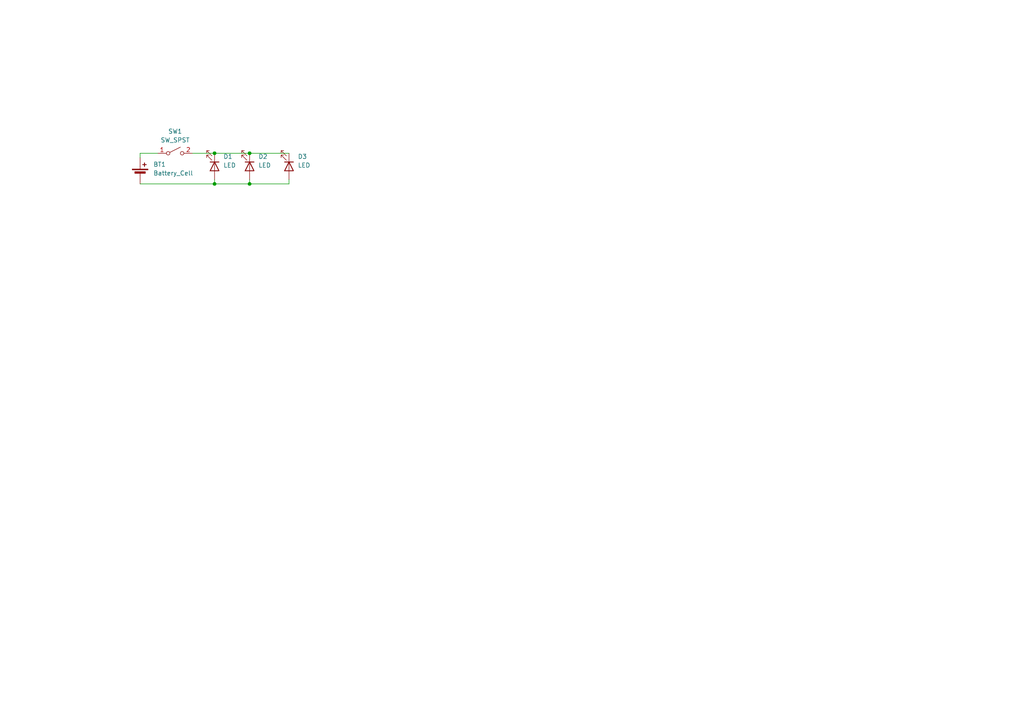
<source format=kicad_sch>
(kicad_sch (version 20250114) (generator "eeschema") (generator_version "9.0")
  (paper "A4")
  (lib_symbols
    (symbol "Device:Battery_Cell" (pin_numbers (hide yes)) (pin_names (offset 0) (hide yes))
      (property "Reference" "BT" (at 2.54 2.54 0))
      (property "Value" "Battery_Cell" (at 2.54 0 0))
      (symbol "Battery_Cell_0_1"
        (rectangle (start -2.286 1.778) (end 2.286 1.524) (fill (type outline)))
        (rectangle (start -1.524 1.016) (end 1.524 0.508) (fill (type outline)))
        (polyline (pts (xy 0 1.778) (xy 0 2.54)))
        (polyline (pts (xy 0 0.762) (xy 0 0)))
        (polyline (pts (xy 0.762 3.048) (xy 1.778 3.048)) (stroke (width 0.254)))
        (polyline (pts (xy 1.27 3.556) (xy 1.27 2.54)) (stroke (width 0.254)))
      )
      (symbol "Battery_Cell_1_1"
        (pin passive line (at 0 5.08 270) (length 2.54) (name "+") (number "1"))
        (pin passive line (at 0 -2.54 90) (length 2.54) (name "-") (number "2"))
      )
    )
    (symbol "Device:LED" (pin_numbers (hide yes)) (pin_names (offset 1.016) (hide yes))
      (property "Reference" "D" (at 0 2.54 0))
      (property "Value" "LED" (at 0 -2.54 0))
      (symbol "LED_0_1"
        (polyline (pts (xy -3.048 -0.762) (xy -4.572 -2.286) (xy -3.81 -2.286) (xy -4.572 -2.286) (xy -4.572 -1.524)))
        (polyline (pts (xy -1.778 -0.762) (xy -3.302 -2.286) (xy -2.54 -2.286) (xy -3.302 -2.286) (xy -3.302 -1.524)))
        (polyline (pts (xy -1.27 0) (xy 1.27 0)))
        (polyline (pts (xy -1.27 -1.27) (xy -1.27 1.27)) (stroke (width 0.254)))
        (polyline (pts (xy 1.27 -1.27) (xy 1.27 1.27) (xy -1.27 0) (xy 1.27 -1.27)) (stroke (width 0.254)))
      )
      (symbol "LED_1_1"
        (pin passive line (at -3.81 0 0) (length 2.54) (name "K") (number "1"))
        (pin passive line (at 3.81 0 180) (length 2.54) (name "A") (number "2"))
      )
    )
    (symbol "Switch:SW_SPST" (pin_names (offset 0) (hide yes))
      (property "Reference" "SW" (at 0 3.175 0))
      (property "Value" "SW_SPST" (at 0 -2.54 0))
      (symbol "SW_SPST_0_0"
        (circle (center -2.032 0) (radius 0.508))
        (polyline (pts (xy -1.524 0.254) (xy 1.524 1.778)))
        (circle (center 2.032 0) (radius 0.508))
      )
      (symbol "SW_SPST_1_1"
        (pin passive line (at -5.08 0 0) (length 2.54) (name "A") (number "1"))
        (pin passive line (at 5.08 0 180) (length 2.54) (name "B") (number "2"))
      )
    )
  )
  (junction (at 72.39 53.34))
  (junction (at 62.23 53.34))
  (junction (at 62.23 44.45))
  (junction (at 72.39 44.45))
  (wire (pts (xy 72.39 53.34) (xy 72.39 52.07)))
  (wire (pts (xy 55.88 44.45) (xy 62.23 44.45)))
  (wire (pts (xy 62.23 44.45) (xy 72.39 44.45)))
  (wire (pts (xy 83.82 53.34) (xy 83.82 52.07)))
  (wire (pts (xy 72.39 53.34) (xy 83.82 53.34)))
  (wire (pts (xy 62.23 53.34) (xy 72.39 53.34)))
  (wire (pts (xy 72.39 44.45) (xy 83.82 44.45)))
  (wire (pts (xy 45.72 44.45) (xy 40.64 44.45)))
  (wire (pts (xy 40.64 44.45) (xy 40.64 45.72)))
  (wire (pts (xy 40.64 53.34) (xy 62.23 53.34)))
  (wire (pts (xy 62.23 53.34) (xy 62.23 52.07)))
  (symbol (lib_id "Switch:SW_SPST") (at 50.8 44.45 0) (unit 1)
    (property "Reference" "SW1" (at 50.8 38.1 0))
    (property "Value" "SW_SPST" (at 50.8 40.64 0))
    (property "Footprint" "Button_Switch_SMD:SW_Tactile_SPST_KAN-28" (effects (hide yes)))
    (property "Description" "Single Pole Single Throw (SPST) switch" (effects (hide yes)))
  )
  (symbol (lib_id "Device:LED") (at 62.23 48.26 270) (unit 1)
    (property "Reference" "D1" (at 64.77 45.4024 90) (effects (justify left)))
    (property "Value" "LED" (at 64.77 47.9424 90) (effects (justify left)))
    (property "Footprint" "LED_SMD:LED_THT_SMD_Pads" (effects (hide yes)))
    (property "Description" "Light emitting diode" (effects (hide yes)))
    (property "Sim.Pins" "1=K 2=A" (effects (hide yes)))
  )
  (symbol (lib_id "Device:Battery_Cell") (at 40.64 50.8 0) (unit 1)
    (property "Reference" "BT1" (at 44.45 47.6884 0) (effects (justify left)))
    (property "Value" "Battery_Cell" (at 44.45 50.2284 0) (effects (justify left)))
    (property "Footprint" "Battery:BatteryHolder_Keystone_1060_1x2032" (effects (hide yes)))
    (property "Description" "Single-cell battery" (effects (hide yes)))
  )
  (symbol (lib_id "Device:LED") (at 72.39 48.26 270) (unit 1)
    (property "Reference" "D2" (at 74.93 45.4024 90) (effects (justify left)))
    (property "Value" "LED" (at 74.93 47.9424 90) (effects (justify left)))
    (property "Footprint" "LED_SMD:LED_THT_SMD_Pads" (effects (hide yes)))
    (property "Description" "Light emitting diode" (effects (hide yes)))
    (property "Sim.Pins" "1=K 2=A" (effects (hide yes)))
  )
  (symbol (lib_id "Device:LED") (at 83.82 48.26 270) (unit 1)
    (property "Reference" "D3" (at 86.36 45.4024 90) (effects (justify left)))
    (property "Value" "LED" (at 86.36 47.9424 90) (effects (justify left)))
    (property "Footprint" "LED_SMD:LED_THT_SMD_Pads" (effects (hide yes)))
    (property "Description" "Light emitting diode" (effects (hide yes)))
    (property "Sim.Pins" "1=K 2=A" (effects (hide yes)))
  )
)
</source>
